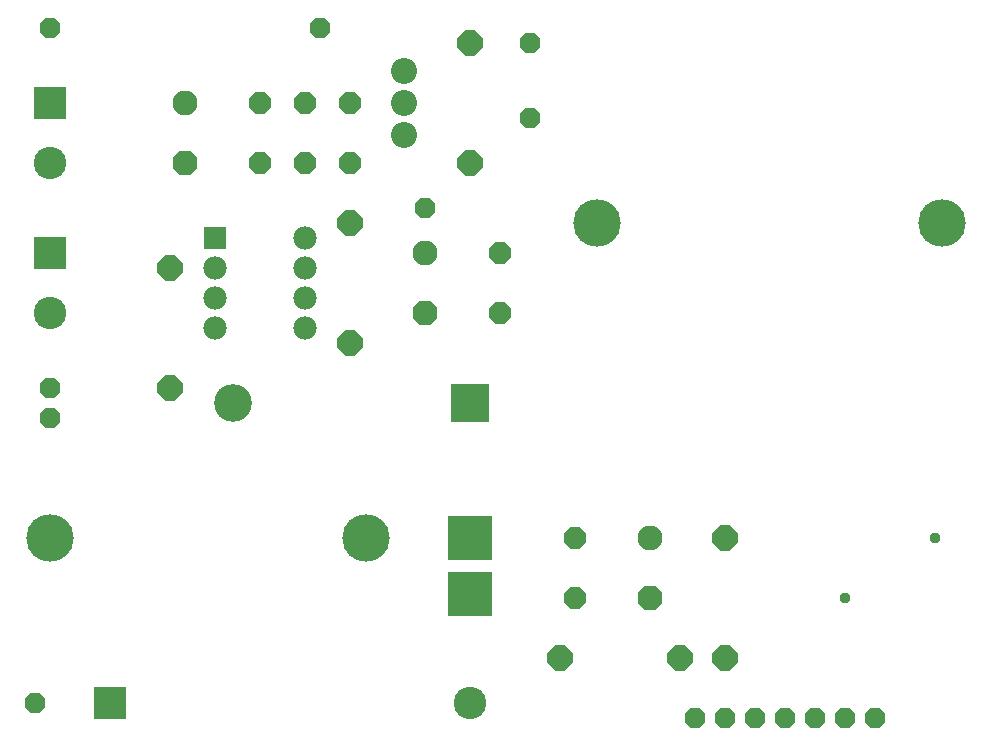
<source format=gbr>
G04 EAGLE Gerber RS-274X export*
G75*
%MOMM*%
%FSLAX34Y34*%
%LPD*%
%INSoldermask Bottom*%
%IPPOS*%
%AMOC8*
5,1,8,0,0,1.08239X$1,22.5*%
G01*
%ADD10P,1.951982X8X292.500000*%
%ADD11C,2.108200*%
%ADD12P,2.281895X8X292.500000*%
%ADD13R,3.203200X3.203200*%
%ADD14C,3.203200*%
%ADD15R,2.743200X2.743200*%
%ADD16C,2.743200*%
%ADD17C,4.013200*%
%ADD18P,2.309387X8X112.500000*%
%ADD19P,2.309387X8X22.500000*%
%ADD20C,2.203200*%
%ADD21R,3.719200X3.719200*%
%ADD22P,1.869504X8X22.500000*%
%ADD23R,1.981200X1.981200*%
%ADD24C,1.981200*%
%ADD25C,0.959600*%


D10*
X508000Y228600D03*
X508000Y177800D03*
X241300Y596900D03*
X241300Y546100D03*
X444500Y469900D03*
X444500Y419100D03*
D11*
X177800Y596900D03*
D12*
X177800Y546100D03*
D11*
X381000Y469900D03*
D12*
X381000Y419100D03*
D11*
X571500Y228600D03*
D12*
X571500Y177800D03*
D13*
X419100Y342900D03*
D14*
X218440Y342900D03*
D15*
X63500Y469900D03*
D16*
X63500Y419100D03*
D17*
X527050Y495300D03*
X819150Y495300D03*
D18*
X165100Y355600D03*
X165100Y457200D03*
X317500Y393700D03*
X317500Y495300D03*
X419100Y546100D03*
X419100Y647700D03*
D19*
X495300Y127000D03*
X596900Y127000D03*
D18*
X635000Y127000D03*
X635000Y228600D03*
D15*
X114300Y88900D03*
D16*
X419100Y88900D03*
D17*
X63500Y228600D03*
X331724Y228600D03*
D15*
X63500Y596900D03*
D16*
X63500Y546100D03*
D10*
X279400Y596900D03*
X279400Y546100D03*
X317500Y596900D03*
X317500Y546100D03*
D20*
X363700Y623900D03*
X363700Y596900D03*
X363700Y569900D03*
D21*
X419100Y228600D03*
X419100Y181600D03*
D22*
X469900Y584200D03*
X63500Y660400D03*
X469900Y647700D03*
X50800Y88900D03*
X292100Y660400D03*
X381000Y508000D03*
X609600Y76200D03*
X660400Y76200D03*
D23*
X203200Y482600D03*
D24*
X203200Y457200D03*
X203200Y431800D03*
X203200Y406400D03*
X279400Y406400D03*
X279400Y431800D03*
X279400Y457200D03*
X279400Y482600D03*
D22*
X63500Y355600D03*
X63500Y330200D03*
X711200Y76200D03*
X685800Y76200D03*
X635000Y76200D03*
X762000Y76200D03*
X736600Y76200D03*
D25*
X736600Y177800D03*
X812800Y228600D03*
M02*

</source>
